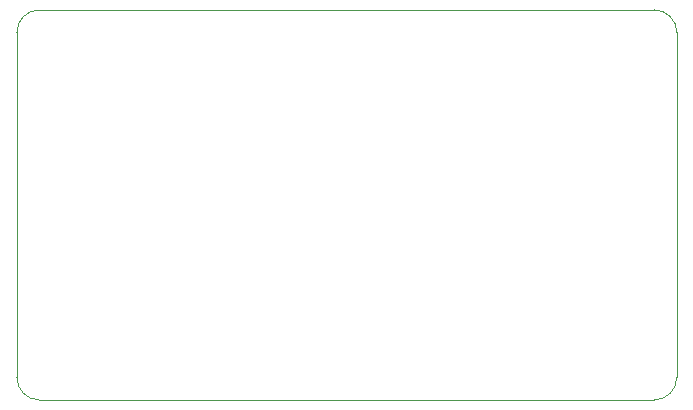
<source format=gm1>
%TF.GenerationSoftware,KiCad,Pcbnew,(5.1.7)-1*%
%TF.CreationDate,2021-09-09T12:13:45+02:00*%
%TF.ProjectId,SAW LNA Combo NOAA,53415720-4c4e-4412-9043-6f6d626f204e,rev?*%
%TF.SameCoordinates,Original*%
%TF.FileFunction,Profile,NP*%
%FSLAX46Y46*%
G04 Gerber Fmt 4.6, Leading zero omitted, Abs format (unit mm)*
G04 Created by KiCad (PCBNEW (5.1.7)-1) date 2021-09-09 12:13:45*
%MOMM*%
%LPD*%
G01*
G04 APERTURE LIST*
%TA.AperFunction,Profile*%
%ADD10C,0.050000*%
%TD*%
G04 APERTURE END LIST*
D10*
X115570000Y-80645000D02*
G75*
G02*
X117475000Y-78740000I1905000J0D01*
G01*
X117475000Y-111760000D02*
G75*
G02*
X115570000Y-109855000I0J1905000D01*
G01*
X171450000Y-109855000D02*
G75*
G02*
X169545000Y-111760000I-1905000J0D01*
G01*
X169545000Y-78740000D02*
G75*
G02*
X171450000Y-80645000I0J-1905000D01*
G01*
X169545000Y-78740000D02*
X168910000Y-78740000D01*
X115570000Y-80645000D02*
X115570000Y-90805000D01*
X134620000Y-78740000D02*
X117475000Y-78740000D01*
X171450000Y-90805000D02*
X171450000Y-80645000D01*
X134620000Y-78740000D02*
X168910000Y-78740000D01*
X117475000Y-111760000D02*
X169545000Y-111760000D01*
X171450000Y-90805000D02*
X171450000Y-109855000D01*
X115570000Y-90805000D02*
X115570000Y-109855000D01*
M02*

</source>
